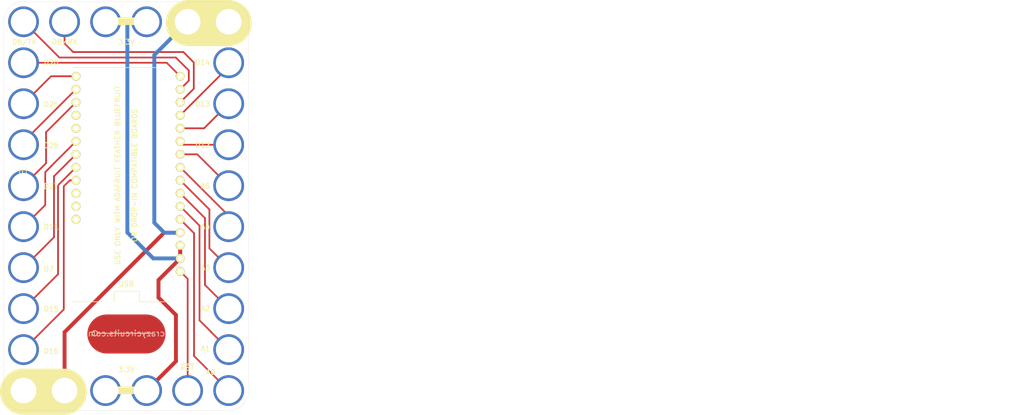
<source format=kicad_pcb>
(kicad_pcb (version 4) (host pcbnew 4.0.7-e2-6376~58~ubuntu16.04.1)

  (general
    (links 29)
    (no_connects 0)
    (area 0 0 0 0)
    (thickness 1.6)
    (drawings 3)
    (tracks 86)
    (zones 0)
    (modules 2)
    (nets 23)
  )

  (page USLetter)
  (title_block
    (title "6x10 Feather Huzzah ESP8266 Board")
    (date "05 Feb 2018")
    (rev 1.0)
    (company "CERN Open Hardware License v1.2.")
    (comment 1 help@browndoggadgets.com)
    (comment 2 http://browndoggadgets.com/)
    (comment 3 "Brown Dog Gadgets")
  )

  (layers
    (0 F.Cu signal)
    (31 B.Cu signal)
    (34 B.Paste user)
    (35 F.Paste user)
    (36 B.SilkS user)
    (37 F.SilkS user)
    (38 B.Mask user)
    (39 F.Mask user)
    (40 Dwgs.User user)
    (44 Edge.Cuts user)
    (46 B.CrtYd user)
    (47 F.CrtYd user)
    (48 B.Fab user)
    (49 F.Fab user)
  )

  (setup
    (last_trace_width 0.762)
    (user_trace_width 0.1524)
    (user_trace_width 0.254)
    (user_trace_width 0.3302)
    (user_trace_width 0.508)
    (user_trace_width 0.762)
    (user_trace_width 1.27)
    (trace_clearance 0.254)
    (zone_clearance 0.508)
    (zone_45_only no)
    (trace_min 0.1524)
    (segment_width 0.1524)
    (edge_width 0.1524)
    (via_size 0.6858)
    (via_drill 0.3302)
    (via_min_size 0.6858)
    (via_min_drill 0.3302)
    (user_via 0.6858 0.3302)
    (user_via 0.762 0.4064)
    (user_via 0.8636 0.508)
    (uvia_size 0.6858)
    (uvia_drill 0.3302)
    (uvias_allowed no)
    (uvia_min_size 0)
    (uvia_min_drill 0)
    (pcb_text_width 0.1524)
    (pcb_text_size 1.016 1.016)
    (mod_edge_width 0.1524)
    (mod_text_size 1.016 1.016)
    (mod_text_width 0.1524)
    (pad_size 6 6)
    (pad_drill 4.98)
    (pad_to_mask_clearance 0.0762)
    (solder_mask_min_width 0.1016)
    (pad_to_paste_clearance -0.0762)
    (aux_axis_origin 0 0)
    (visible_elements FFFEDF7D)
    (pcbplotparams
      (layerselection 0x310fc_80000001)
      (usegerberextensions true)
      (excludeedgelayer true)
      (linewidth 0.100000)
      (plotframeref false)
      (viasonmask false)
      (mode 1)
      (useauxorigin false)
      (hpglpennumber 1)
      (hpglpenspeed 20)
      (hpglpendiameter 15)
      (hpglpenoverlay 2)
      (psnegative false)
      (psa4output false)
      (plotreference true)
      (plotvalue true)
      (plotinvisibletext false)
      (padsonsilk false)
      (subtractmaskfromsilk false)
      (outputformat 1)
      (mirror false)
      (drillshape 0)
      (scaleselection 1)
      (outputdirectory gerbers))
  )

  (net 0 "")
  (net 1 VCC)
  (net 2 GND)
  (net 3 /~RST)
  (net 4 /A0)
  (net 5 /A1)
  (net 6 /A2)
  (net 7 /A3)
  (net 8 /A4)
  (net 9 /A5)
  (net 10 /D12_SCK)
  (net 11 /D13_MOSI)
  (net 12 /D14_MISO)
  (net 13 /D8_RX)
  (net 14 /D6_TX)
  (net 15 /D27)
  (net 16 /D7)
  (net 17 /D11)
  (net 18 /D16)
  (net 19 /D15)
  (net 20 /D26)
  (net 21 /D25)
  (net 22 /D20_DFU)

  (net_class Default "This is the default net class."
    (clearance 0.254)
    (trace_width 0.254)
    (via_dia 0.6858)
    (via_drill 0.3302)
    (uvia_dia 0.6858)
    (uvia_drill 0.3302)
    (add_net /A0)
    (add_net /A1)
    (add_net /A2)
    (add_net /A3)
    (add_net /A4)
    (add_net /A5)
    (add_net /D11)
    (add_net /D12_SCK)
    (add_net /D13_MOSI)
    (add_net /D14_MISO)
    (add_net /D15)
    (add_net /D16)
    (add_net /D20_DFU)
    (add_net /D25)
    (add_net /D26)
    (add_net /D27)
    (add_net /D6_TX)
    (add_net /D7)
    (add_net /D8_RX)
    (add_net /~RST)
    (add_net GND)
    (add_net VCC)
  )

  (module Crazy_Circuits:LOGO-CRAZY-1x2 (layer F.Cu) (tedit 58FE5DC6) (tstamp 5A7CACB8)
    (at 47.4218 91.5416)
    (descr LOGO)
    (tags LOGO)
    (fp_text reference LOGO (at 0 -3.52806) (layer F.Fab)
      (effects (font (size 1 1) (thickness 0.15)))
    )
    (fp_text value "BROWN DOG" (at -0.381 -10.414) (layer B.SilkS) hide
      (effects (font (size 1.27 1.27) (thickness 0.254)) (justify mirror))
    )
    (fp_text user crazycircuits.com (at 0 -4.064) (layer B.SilkS)
      (effects (font (size 1.143 1.143) (thickness 0.1778)) (justify mirror))
    )
    (fp_line (start 6.096 -5.2705) (end 4.953 -4.318) (layer F.Mask) (width 0.1524))
    (fp_line (start 4.7625 -4.318) (end 6.096 -5.2705) (layer F.Mask) (width 0.1524))
    (fp_line (start 5.715 -5.1435) (end 4.7625 -4.318) (layer F.Mask) (width 0.1524))
    (fp_line (start 4.6355 -4.3815) (end 5.715 -5.1435) (layer F.Mask) (width 0.1524))
    (fp_line (start 5.5245 -5.08) (end 4.6355 -4.3815) (layer F.Mask) (width 0.1524))
    (fp_line (start 4.3815 -4.318) (end 5.5245 -5.08) (layer F.Mask) (width 0.1524))
    (fp_line (start 5.207 -4.953) (end 4.3815 -4.318) (layer F.Mask) (width 0.1524))
    (fp_line (start 4.2545 -4.3815) (end 5.207 -4.953) (layer F.Mask) (width 0.1524))
    (fp_line (start 5.0165 -4.953) (end 4.2545 -4.3815) (layer F.Mask) (width 0.1524))
    (fp_line (start 4.2545 -4.5085) (end 5.0165 -4.953) (layer F.Mask) (width 0.1524))
    (fp_line (start 4.7625 -4.953) (end 4.2545 -4.5085) (layer F.Mask) (width 0.1524))
    (fp_line (start 4.191 -4.6355) (end 4.7625 -4.953) (layer F.Mask) (width 0.1524))
    (fp_line (start 4.7625 -5.1435) (end 4.191 -4.6355) (layer F.Mask) (width 0.1524))
    (fp_line (start 4.7625 -5.2705) (end 4.1275 -4.7625) (layer F.Mask) (width 0.1524))
    (fp_line (start 4.8895 -5.461) (end 4.064 -4.8895) (layer F.Mask) (width 0.1524))
    (fp_line (start 4.8895 -5.588) (end 4.064 -5.0165) (layer F.Mask) (width 0.1524))
    (fp_line (start 3.048 -4.3815) (end 2.413 -5.2705) (layer F.Mask) (width 0.254))
    (fp_line (start 4.953 -4.2545) (end 2.9845 -4.2545) (layer F.Mask) (width 0.1524))
    (fp_line (start 6.5405 -5.3975) (end 4.953 -4.2545) (layer F.Mask) (width 0.1524))
    (fp_line (start 4.7625 -4.953) (end 6.5405 -5.3975) (layer F.Mask) (width 0.1524))
    (fp_line (start 5.08 -5.842) (end 4.7625 -4.953) (layer F.Mask) (width 0.1524))
    (fp_line (start 4.0005 -5.1435) (end 5.08 -5.842) (layer F.Mask) (width 0.1524))
    (fp_line (start 3.175 -6.604) (end 4.0005 -5.08) (layer F.Mask) (width 0.1524))
    (fp_line (start 3.2385 -5.207) (end 3.175 -6.604) (layer F.Mask) (width 0.1524))
    (fp_line (start 2.159 -5.461) (end 3.2385 -5.207) (layer F.Mask) (width 0.1524))
    (fp_line (start 2.9845 -4.2545) (end 2.159 -5.461) (layer F.Mask) (width 0.1524))
    (fp_line (start -5.588 -4.064) (end 5.08 -4.064) (layer F.SilkS) (width 0.1524))
    (fp_circle (center -6.1595 -4.064) (end -5.82208 -3.683) (layer F.SilkS) (width 0.1524))
    (fp_text user CRAZY (at -2.032 -5.588) (layer F.SilkS) hide
      (effects (font (thickness 0.381)))
    )
    (fp_line (start 3.9 -7.8) (end -3.9 -7.8) (layer F.Fab) (width 0.04064))
    (fp_line (start 3.9 0) (end -3.9 0) (layer F.Fab) (width 0.04064))
    (fp_arc (start 3.9 -3.9) (end 3.9 -7.8) (angle 90) (layer F.Fab) (width 0.04064))
    (fp_arc (start 3.9 -3.9) (end 7.8 -3.9) (angle 90) (layer F.Fab) (width 0.04064))
    (fp_arc (start -3.9 -3.9) (end -3.9 0) (angle 90) (layer F.Fab) (width 0.04064))
    (fp_arc (start -3.9 -3.9) (end -7.8 -3.9) (angle 90) (layer F.Fab) (width 0.04064))
    (fp_text user CIRCUITS (at 0.254 -2.286) (layer F.SilkS) hide
      (effects (font (thickness 0.381)))
    )
    (fp_line (start 3.2385 -4.3815) (end 2.6035 -5.2705) (layer F.Mask) (width 0.254))
    (fp_line (start 3.429 -4.3815) (end 2.8575 -5.207) (layer F.Mask) (width 0.254))
    (fp_line (start 3.556 -4.3815) (end 3.1115 -5.1435) (layer F.Mask) (width 0.254))
    (fp_line (start 3.81 -4.3815) (end 3.3655 -5.207) (layer F.Mask) (width 0.254))
    (fp_line (start 4.0005 -4.3815) (end 3.429 -5.461) (layer F.Mask) (width 0.254))
    (fp_line (start 4.191 -4.3815) (end 3.302 -6.096) (layer F.Mask) (width 0.254))
    (fp_line (start 3.3655 -5.3975) (end 3.302 -6.223) (layer F.Mask) (width 0.254))
    (pad BG smd oval (at 0 -3.937) (size 15.24 7.62) (layers F.Cu))
  )

  (module Crazy_Circuits:ADAFRUIT-FEATHER-BLUEFRUIT-LE-6x10 (layer F.Cu) (tedit 5A7C83BF) (tstamp 5A7CB642)
    (at 27.3598 58.6536)
    (descr "8-lead dip package, row spacing 7.62 mm (300 mils)")
    (tags "dil dip 2.54 300")
    (path /5A7C752E)
    (fp_text reference U1 (at 12 44) (layer F.SilkS) hide
      (effects (font (size 1 1) (thickness 0.15)))
    )
    (fp_text value ADAFRUIT-FEATHER-BLUEFRUIT-LE (at 12 44) (layer F.Fab) hide
      (effects (font (size 1 1) (thickness 0.15)))
    )
    (fp_line (start 15.69 39.94) (end 24.41 39.93) (layer F.SilkS) (width 1.5))
    (fp_line (start 32.25 -31.75) (end 40.004 -31.75) (layer F.SilkS) (width 9))
    (fp_line (start 17.021 22.6645) (end 18.291 22.6645) (layer F.Fab) (width 0.1524))
    (fp_line (start 8.371 22.6645) (end 8.371 20.1245) (layer F.Fab) (width 0.1524))
    (fp_line (start 17.21 22.6645) (end 8.371 22.6645) (layer F.Fab) (width 0.1524))
    (fp_line (start 18.291 20.1245) (end 18.291 22.6645) (layer F.Fab) (width 0.1524))
    (fp_line (start 22.101 20.1245) (end 18.291 20.1245) (layer F.Fab) (width 0.1524))
    (fp_line (start 22.101 22.6645) (end 22.101 20.1245) (layer F.Fab) (width 0.1524))
    (fp_line (start 32.51 22.6645) (end 22.101 22.6645) (layer F.Fab) (width 0.1524))
    (fp_line (start 32.501 21.3945) (end 32.501 22.6645) (layer F.Fab) (width 0.1524))
    (fp_line (start 32.501 20.1245) (end 32.501 21.3945) (layer F.Fab) (width 0.1524))
    (fp_line (start 31.231 -23.0555) (end 32.501 -23.0555) (layer F.Fab) (width 0.1524))
    (fp_line (start 31.25 -23.0555) (end 8.371 -23.0555) (layer F.Fab) (width 0.1524))
    (fp_line (start 32.501 20.1245) (end 32.501 -23.0555) (layer F.Fab) (width 0.1524))
    (fp_line (start 8.371 -23.0555) (end 8.371 20.1245) (layer F.Fab) (width 0.1524))
    (fp_text user USB (at 20.02 19.16) (layer F.SilkS)
      (effects (font (size 1 1) (thickness 0.15)))
    )
    (fp_line (start 9.608 -23.0555) (end 26.024 -23.0555) (layer F.SilkS) (width 0.127))
    (fp_text user "OR DROP-IN COMPATIBLE BOARDS" (at 21.649 -2.012 90) (layer F.SilkS)
      (effects (font (size 1 1) (thickness 0.15)))
    )
    (fp_text user "USE ONLY WITH ADAFRUIT FEATHER BLUEFRUIT" (at 18.347 -2.012 90) (layer F.SilkS)
      (effects (font (size 1 1) (thickness 0.15)))
    )
    (fp_line (start 22.609 20.6325) (end 17.656 20.6325) (layer F.SilkS) (width 0.127))
    (fp_line (start 22.609 22.6645) (end 22.608 20.657) (layer F.SilkS) (width 0.127))
    (fp_text user "Adafruit Feather Bluefruit LE" (at 21.047 -2.6122 90) (layer F.Fab)
      (effects (font (size 1 1) (thickness 0.15)))
    )
    (fp_text user D7 (at 4.909809 16.317) (layer F.SilkS)
      (effects (font (size 1 1) (thickness 0.15)))
    )
    (fp_text user D11 (at 5.386 8.067) (layer F.SilkS)
      (effects (font (size 1 1) (thickness 0.15)))
    )
    (fp_text user D16 (at 5.386 32.317) (layer F.SilkS)
      (effects (font (size 1 1) (thickness 0.15)))
    )
    (fp_text user D15 (at 5.386 24.067) (layer F.SilkS)
      (effects (font (size 1 1) (thickness 0.15)))
    )
    (fp_line (start 0 43.9) (end 40 43.9) (layer Edge.Cuts) (width 0.04064))
    (fp_line (start 40 -35.9) (end 0 -35.9) (layer Edge.Cuts) (width 0.04064))
    (fp_line (start -3.9 -32.1) (end -3.9 40) (layer Edge.Cuts) (width 0.04064))
    (fp_arc (start 0 40) (end 0 43.9) (angle 89.9) (layer Edge.Cuts) (width 0.04064))
    (fp_arc (start 0 -32) (end -3.9 -32) (angle 90) (layer Edge.Cuts) (width 0.04064))
    (fp_line (start 43.9 40) (end 43.9 -32) (layer Edge.Cuts) (width 0.04064))
    (fp_arc (start 40 -32) (end 40 -35.9) (angle 89.9) (layer Edge.Cuts) (width 0.04064))
    (fp_arc (start 40 40) (end 43.9 40) (angle 90) (layer Edge.Cuts) (width 0.04064))
    (fp_line (start 0 43.9) (end 40 43.9) (layer F.Fab) (width 0.04064))
    (fp_line (start 40 -35.9) (end 0 -35.9) (layer F.Fab) (width 0.04064))
    (fp_line (start -3.9 -32) (end -3.9 40.1) (layer F.Fab) (width 0.04064))
    (fp_arc (start 0 40) (end 0 43.9) (angle 89.9) (layer F.Fab) (width 0.04064))
    (fp_arc (start 0 -32) (end -3.9 -32) (angle 90) (layer F.Fab) (width 0.04064))
    (fp_line (start 43.9 40) (end 43.9 -32) (layer F.Fab) (width 0.04064))
    (fp_arc (start 40 -32) (end 40 -35.9) (angle 89.9) (layer F.Fab) (width 0.04064))
    (fp_arc (start 40 40) (end 43.9 40) (angle 90) (layer F.Fab) (width 0.04064))
    (fp_line (start 22.609 22.6645) (end 28.451 22.6645) (layer F.SilkS) (width 0.127))
    (fp_line (start 17.656 22.657) (end 17.656 20.657) (layer F.SilkS) (width 0.127))
    (fp_line (start 9.641 22.6645) (end 15.356 22.6645) (layer F.SilkS) (width 0.127))
    (fp_text user D27 (at 5.386 0.127) (layer F.SilkS)
      (effects (font (size 1 1) (thickness 0.15)))
    )
    (fp_text user D26 (at 5.386 -7.873) (layer F.SilkS)
      (effects (font (size 1 1) (thickness 0.15)))
    )
    (fp_text user D25 (at 5.386 -15.873) (layer F.SilkS)
      (effects (font (size 1 1) (thickness 0.15)))
    )
    (fp_text user 3.3V (at 20.05 35.9) (layer F.SilkS)
      (effects (font (size 1 1) (thickness 0.15)))
    )
    (fp_text user A4 (at 35.481104 7.986) (layer F.SilkS)
      (effects (font (size 1 1) (thickness 0.15)))
    )
    (fp_text user A5 (at 35.481104 0.046) (layer F.SilkS)
      (effects (font (size 1 1) (thickness 0.15)))
    )
    (fp_text user D12 (at 34.933485 -7.954) (layer F.SilkS)
      (effects (font (size 1 1) (thickness 0.15)))
    )
    (fp_text user D13 (at 34.933485 -15.954) (layer F.SilkS)
      (effects (font (size 1 1) (thickness 0.15)))
    )
    (fp_text user A3 (at 35.481104 16) (layer F.SilkS)
      (effects (font (size 1 1) (thickness 0.15)))
    )
    (fp_text user A2 (at 35.481104 24) (layer F.SilkS)
      (effects (font (size 1 1) (thickness 0.15)))
    )
    (fp_text user A1 (at 35.481104 31.8) (layer F.SilkS)
      (effects (font (size 1 1) (thickness 0.15)))
    )
    (fp_text user A0 (at 36.5 36.4) (layer F.SilkS)
      (effects (font (size 1 1) (thickness 0.15)))
    )
    (fp_text user %R (at 0 -2.75) (layer F.SilkS)
      (effects (font (size 1 1) (thickness 0.15)))
    )
    (fp_text user D14 (at 34.933485 -24.084) (layer F.SilkS)
      (effects (font (size 1 1) (thickness 0.15)))
    )
    (fp_text user D6/TX (at 0.127 -28.072) (layer F.SilkS)
      (effects (font (size 1 1) (thickness 0.15)))
    )
    (fp_text user D8/RX (at 8.001 -28.072) (layer F.SilkS)
      (effects (font (size 1 1) (thickness 0.15)))
    )
    (fp_text user 3.3V (at 20.063 -28.072 180) (layer F.SilkS)
      (effects (font (size 1 1) (thickness 0.15)))
    )
    (fp_text user D20 (at 5.386 -24.003) (layer F.SilkS)
      (effects (font (size 1 1) (thickness 0.15)))
    )
    (fp_line (start 7.85 40.23) (end -0.09 40.2235) (layer F.SilkS) (width 9))
    (fp_line (start 15.47 -32.1) (end 24.19 -32.11) (layer F.SilkS) (width 1.5))
    (fp_text user ~RST (at 31.91 35.57) (layer F.SilkS)
      (effects (font (size 1 1) (thickness 0.15)))
    )
    (pad 35 thru_hole circle (at 30.548 16.737 180) (size 1.7272 1.7272) (drill 1.016) (layers *.Cu *.Mask F.SilkS)
      (net 3 /~RST))
    (pad 3V thru_hole circle (at 30.548 14.197 180) (size 1.7272 1.7272) (drill 1.016) (layers *.Cu *.Mask F.SilkS)
      (net 1 VCC))
    (pad 3V thru_hole circle (at 30.548 11.657 180) (size 1.7272 1.7272) (drill 1.016) (layers *.Cu *.Mask F.SilkS)
      (net 1 VCC))
    (pad 15 thru_hole circle (at 30.548 6.577 180) (size 1.7272 1.7272) (drill 1.016) (layers *.Cu *.Mask F.SilkS)
      (net 4 /A0))
    (pad 16 thru_hole circle (at 30.548 4.037 180) (size 1.7272 1.7272) (drill 1.016) (layers *.Cu *.Mask F.SilkS)
      (net 5 /A1))
    (pad 17 thru_hole circle (at 30.548 1.497 180) (size 1.7272 1.7272) (drill 1.016) (layers *.Cu *.Mask F.SilkS)
      (net 6 /A2))
    (pad 18 thru_hole circle (at 30.548 -1.043 180) (size 1.7272 1.7272) (drill 1.016) (layers *.Cu *.Mask F.SilkS)
      (net 7 /A3))
    (pad 5 thru_hole circle (at 30.548 -3.583 180) (size 1.7272 1.7272) (drill 1.016) (layers *.Cu *.Mask F.SilkS)
      (net 8 /A4))
    (pad 6 thru_hole circle (at 30.548 -6.123 180) (size 1.7272 1.7272) (drill 1.016) (layers *.Cu *.Mask F.SilkS)
      (net 9 /A5))
    (pad 26 thru_hole circle (at 30.548 -8.663 180) (size 1.7272 1.7272) (drill 1.016) (layers *.Cu *.Mask F.SilkS)
      (net 10 /D12_SCK))
    (pad 27 thru_hole circle (at 30.548 -11.203 180) (size 1.7272 1.7272) (drill 1.016) (layers *.Cu *.Mask F.SilkS)
      (net 11 /D13_MOSI))
    (pad 28 thru_hole circle (at 30.548 -13.743 180) (size 1.7272 1.7272) (drill 1.016) (layers *.Cu *.Mask F.SilkS)
      (net 12 /D14_MISO))
    (pad 21 thru_hole circle (at 30.548 -16.283 180) (size 1.7272 1.7272) (drill 1.016) (layers *.Cu *.Mask F.SilkS)
      (net 13 /D8_RX))
    (pad 19 thru_hole circle (at 30.548 -18.823 180) (size 1.7272 1.7272) (drill 1.016) (layers *.Cu *.Mask F.SilkS)
      (net 14 /D6_TX))
    (pad 3 thru_hole circle (at 10.228 -18.823 180) (size 1.7272 1.7272) (drill 1.016) (layers *.Cu *.Mask F.SilkS)
      (net 15 /D27))
    (pad 31 thru_hole circle (at 10.228 -11.203 180) (size 1.7272 1.7272) (drill 1.016) (layers *.Cu *.Mask F.SilkS))
    (pad 20 thru_hole circle (at 10.228 -6.123 180) (size 1.7272 1.7272) (drill 1.016) (layers *.Cu *.Mask F.SilkS)
      (net 16 /D7))
    (pad 25 thru_hole circle (at 10.228 -8.663 180) (size 1.7272 1.7272) (drill 1.016) (layers *.Cu *.Mask F.SilkS)
      (net 17 /D11))
    (pad EN thru_hole circle (at 10.228 4.037 180) (size 1.7272 1.7272) (drill 1.016) (layers *.Cu *.Mask F.SilkS))
    (pad USB thru_hole circle (at 10.228 1.497 180) (size 1.7272 1.7272) (drill 1.016) (layers *.Cu *.Mask F.SilkS))
    (pad 30 thru_hole circle (at 10.228 -1.043 180) (size 1.7272 1.7272) (drill 1.016) (layers *.Cu *.Mask F.SilkS)
      (net 18 /D16))
    (pad 29 thru_hole circle (at 10.228 -3.583 180) (size 1.7272 1.7272) (drill 1.016) (layers *.Cu *.Mask F.SilkS)
      (net 19 /D15))
    (pad VBAT thru_hole circle (at 10.228 6.577 180) (size 1.7272 1.7272) (drill 1.016) (layers *.Cu *.Mask F.SilkS))
    (pad 4 thru_hole circle (at 10.228 -16.283 180) (size 1.7272 1.7272) (drill 1.016) (layers *.Cu *.Mask F.SilkS)
      (net 20 /D26))
    (pad 7 thru_hole circle (at 10.228 -13.743 180) (size 1.7272 1.7272) (drill 1.016) (layers *.Cu *.Mask F.SilkS))
    (pad 25 thru_hole circle (at 0 8 90) (size 6 6) (drill 4.98) (layers *.Cu *.Mask)
      (net 17 /D11))
    (pad 20 thru_hole circle (at 0.001 16 90) (size 6 6) (drill 4.98) (layers *.Cu *.Mask)
      (net 16 /D7))
    (pad 30 thru_hole circle (at 0.001 32 90) (size 6 6) (drill 4.98) (layers *.Cu *.Mask)
      (net 18 /D16))
    (pad 4 thru_hole circle (at 0.001 0 90) (size 6 6) (drill 4.98) (layers *.Cu *.Mask)
      (net 20 /D26))
    (pad 29 thru_hole circle (at 0.001 24 90) (size 6 6) (drill 4.98) (layers *.Cu *.Mask)
      (net 19 /D15))
    (pad 3 thru_hole circle (at 0 -8 90) (size 6 6) (drill 4.98) (layers *.Cu *.Mask)
      (net 15 /D27))
    (pad 2 thru_hole circle (at 0 -16 90) (size 6 6) (drill 4.98) (layers *.Cu *.Mask)
      (net 21 /D25))
    (pad GND thru_hole circle (at 0.001 40 90) (size 6 6) (drill 4.98) (layers *.Cu *.Mask)
      (net 2 GND))
    (pad GND thru_hole circle (at 8 40 90) (size 6 6) (drill 4.98) (layers *.Cu *.Mask)
      (net 2 GND))
    (pad 3V thru_hole circle (at 16 40 90) (size 6 6) (drill 4.98) (layers *.Cu *.Mask)
      (net 1 VCC))
    (pad 35 thru_hole circle (at 32 40 90) (size 6 6) (drill 4.98) (layers *.Cu *.Mask)
      (net 3 /~RST))
    (pad 3V thru_hole circle (at 16 -32 90) (size 6 6) (drill 4.98) (layers *.Cu *.Mask)
      (net 1 VCC))
    (pad 3V thru_hole circle (at 24 -32 90) (size 6 6) (drill 4.98) (layers *.Cu *.Mask)
      (net 1 VCC))
    (pad 19 thru_hole circle (at 0.001 -32 90) (size 6 6) (drill 4.98) (layers *.Cu *.Mask)
      (net 14 /D6_TX))
    (pad 21 thru_hole circle (at 8 -32 90) (size 6 6) (drill 4.98) (layers *.Cu *.Mask)
      (net 13 /D8_RX))
    (pad GND thru_hole circle (at 40 -32 90) (size 6 6) (drill 4.98) (layers *.Cu *.Mask)
      (net 2 GND))
    (pad 27 thru_hole circle (at 40 -16 90) (size 6 6) (drill 4.98) (layers *.Cu *.Mask)
      (net 11 /D13_MOSI))
    (pad 26 thru_hole circle (at 40 -8 90) (size 6 6) (drill 4.98) (layers *.Cu *.Mask)
      (net 10 /D12_SCK))
    (pad 6 thru_hole circle (at 40 0 90) (size 6 6) (drill 4.98) (layers *.Cu *.Mask)
      (net 9 /A5))
    (pad 5 thru_hole circle (at 40 8 90) (size 6 6) (drill 4.98) (layers *.Cu *.Mask)
      (net 8 /A4))
    (pad 18 thru_hole circle (at 40 16 90) (size 6 6) (drill 4.98) (layers *.Cu *.Mask)
      (net 7 /A3))
    (pad 17 thru_hole circle (at 40 24 90) (size 6 6) (drill 4.98) (layers *.Cu *.Mask)
      (net 6 /A2))
    (pad 16 thru_hole circle (at 40 32 90) (size 6 6) (drill 4.98) (layers *.Cu *.Mask)
      (net 5 /A1))
    (pad 15 thru_hole circle (at 40 40 90) (size 6 6) (drill 4.98) (layers *.Cu *.Mask)
      (net 4 /A0))
    (pad 2 thru_hole circle (at 10.228 -21.363 180) (size 1.7272 1.7272) (drill 1.016) (layers *.Cu *.Mask F.SilkS)
      (net 21 /D25))
    (pad 34 thru_hole circle (at 30.548 -21.363 180) (size 1.7272 1.7272) (drill 1.016) (layers *.Cu *.Mask F.SilkS)
      (net 22 /D20_DFU))
    (pad 34 thru_hole circle (at 0 -24 90) (size 6 6) (drill 4.98) (layers *.Cu *.Mask)
      (net 22 /D20_DFU))
    (pad 28 thru_hole circle (at 40 -24 90) (size 6 6) (drill 4.98) (layers *.Cu *.Mask)
      (net 12 /D14_MISO))
    (pad GND thru_hole circle (at 30.548 9.1785 180) (size 1.7272 1.7272) (drill 1.016) (layers *.Cu *.Mask F.SilkS)
      (net 2 GND))
    (pad 3V thru_hole circle (at 24 40 90) (size 6 6) (drill 4.98) (layers *.Cu *.Mask)
      (net 1 VCC))
    (pad GND thru_hole circle (at 32 -32 90) (size 6 6) (drill 4.98) (layers *.Cu *.Mask)
      (net 2 GND))
  )

  (gr_text "CIRCUITS\n" (at 47.6504 88.9508) (layer F.Mask) (tstamp 5A7C8292)
    (effects (font (size 1.5 1.5) (thickness 0.3)))
  )
  (gr_text CRAZY (at 45.5168 86.2584) (layer F.Mask)
    (effects (font (size 1.5 1.5) (thickness 0.3)))
  )
  (gr_text "FABRICATION NOTES\n\n1. THIS IS A 2 LAYER BOARD. \n2. EXTERNAL LAYERS SHALL HAVE 1 OZ COPPER.\n3. MATERIAL: FR4 AND 0.062 INCH +/- 10% THICK.\n4. BOARDS SHALL BE ROHS COMPLIANT. \n5. MANUFACTURE IN ACCORDANCE WITH IPC-6012 CLASS 2\n6. MASK: BOTH SIDES OF THE BOARD SHALL HAVE \n   SOLDER MASK (GREEN) OVER BARE COPPER. \n7. SILK: BOTH SIDES OF THE BOARD SHALL HAVE \n   WHITE SILKSCREEN. DO NOT PLACE SILK OVER BARE COPPER.\n8. FINISH: ENIG.\n9. MINIMUM TRACE WIDTH - 0.006 INCH.\n   MINIMUM SPACE - 0.006 INCH.\n   MINIMUM HOLE DIA - 0.013 INCH. \n10. MAX HOLE PLACEMENT TOLERANCE OF +/- 0.003 INCH.\n11. MAX HOLE DIAMETER TOLERANCE OF +/- 0.003 INCH AFTER PLATING." (at 79.3496 64.2366) (layer Dwgs.User)
    (effects (font (size 2.54 2.54) (thickness 0.254)) (justify left))
  )

  (segment (start 47.60244 67.79544) (end 52.6576 72.8506) (width 0.762) (layer B.Cu) (net 1))
  (segment (start 52.6576 72.8506) (end 57.9078 72.8506) (width 0.762) (layer B.Cu) (net 1))
  (segment (start 47.60244 26.6536) (end 47.60244 67.79544) (width 0.762) (layer B.Cu) (net 1))
  (segment (start 57.0738 83.8962) (end 57.0738 92.9396) (width 0.762) (layer F.Cu) (net 1))
  (segment (start 57.0738 92.9396) (end 51.3598 98.6536) (width 0.762) (layer F.Cu) (net 1))
  (segment (start 53.6702 80.4926) (end 57.0738 83.8962) (width 0.762) (layer F.Cu) (net 1))
  (segment (start 57.9078 72.8506) (end 53.6702 77.0882) (width 0.762) (layer F.Cu) (net 1))
  (segment (start 53.6702 77.0882) (end 53.6702 80.4926) (width 0.762) (layer F.Cu) (net 1))
  (segment (start 57.9078 72.8506) (end 57.9078 70.3106) (width 0.762) (layer F.Cu) (net 1))
  (segment (start 51.3598 98.6536) (end 43.3598 98.6536) (width 0.762) (layer F.Cu) (net 1))
  (segment (start 43.3598 26.6536) (end 47.60244 26.6536) (width 0.762) (layer B.Cu) (net 1))
  (segment (start 47.60244 26.6536) (end 51.3598 26.6536) (width 0.762) (layer B.Cu) (net 1))
  (segment (start 59.3598 26.6536) (end 52.8574 33.156) (width 0.762) (layer B.Cu) (net 2))
  (segment (start 52.8574 33.156) (end 52.8574 65.8876) (width 0.762) (layer B.Cu) (net 2))
  (segment (start 52.8574 65.8876) (end 54.8019 67.8321) (width 0.762) (layer B.Cu) (net 2))
  (segment (start 54.8019 67.8321) (end 57.9078 67.8321) (width 0.762) (layer B.Cu) (net 2))
  (segment (start 35.3598 87.246) (end 54.7737 67.8321) (width 0.762) (layer F.Cu) (net 2))
  (segment (start 54.7737 67.8321) (end 57.9078 67.8321) (width 0.762) (layer F.Cu) (net 2))
  (segment (start 35.3598 98.6536) (end 35.3598 87.246) (width 0.762) (layer F.Cu) (net 2))
  (segment (start 35.3598 98.6536) (end 31.11716 98.6536) (width 0.762) (layer F.Cu) (net 2))
  (segment (start 31.11716 98.6536) (end 27.3608 98.6536) (width 0.762) (layer F.Cu) (net 2))
  (segment (start 59.3598 26.6536) (end 63.60244 26.6536) (width 0.762) (layer B.Cu) (net 2))
  (segment (start 63.60244 26.6536) (end 67.3598 26.6536) (width 0.762) (layer B.Cu) (net 2))
  (segment (start 59.3598 98.6536) (end 59.3598 76.8426) (width 0.3302) (layer F.Cu) (net 3))
  (segment (start 59.3598 76.8426) (end 57.9078 75.3906) (width 0.3302) (layer F.Cu) (net 3))
  (segment (start 60.6044 67.9272) (end 60.6044 91.8982) (width 0.3302) (layer F.Cu) (net 4))
  (segment (start 60.6044 91.8982) (end 67.3598 98.6536) (width 0.3302) (layer F.Cu) (net 4))
  (segment (start 57.9078 65.2306) (end 60.6044 67.9272) (width 0.3302) (layer F.Cu) (net 4))
  (segment (start 61.6712 84.9376) (end 61.6712 66.454) (width 0.3302) (layer F.Cu) (net 5))
  (segment (start 61.6712 66.454) (end 57.9078 62.6906) (width 0.3302) (layer F.Cu) (net 5))
  (segment (start 63.940699 87.207099) (end 61.6712 84.9376) (width 0.3302) (layer F.Cu) (net 5))
  (segment (start 67.3598 90.6536) (end 63.940699 87.234499) (width 0.3302) (layer F.Cu) (net 5))
  (segment (start 63.940699 87.234499) (end 63.940699 87.207099) (width 0.3302) (layer F.Cu) (net 5))
  (segment (start 62.738 64.9808) (end 62.738 78.0318) (width 0.3302) (layer F.Cu) (net 6))
  (segment (start 62.738 78.0318) (end 67.3598 82.6536) (width 0.3302) (layer F.Cu) (net 6))
  (segment (start 57.9078 60.1506) (end 62.738 64.9808) (width 0.3302) (layer F.Cu) (net 6))
  (segment (start 63.6016 70.8954) (end 63.6016 63.3044) (width 0.3302) (layer F.Cu) (net 7))
  (segment (start 63.6016 63.3044) (end 57.9078 57.6106) (width 0.3302) (layer F.Cu) (net 7))
  (segment (start 67.3598 74.6536) (end 63.6016 70.8954) (width 0.3302) (layer F.Cu) (net 7))
  (segment (start 57.9078 55.0706) (end 67.3598 64.5226) (width 0.3302) (layer F.Cu) (net 8))
  (segment (start 67.3598 64.5226) (end 67.3598 66.6536) (width 0.3302) (layer F.Cu) (net 8))
  (segment (start 67.3598 58.6536) (end 61.2368 52.5306) (width 0.3302) (layer F.Cu) (net 9))
  (segment (start 61.2368 52.5306) (end 57.9078 52.5306) (width 0.3302) (layer F.Cu) (net 9))
  (segment (start 67.3598 50.6536) (end 58.5708 50.6536) (width 0.3302) (layer F.Cu) (net 10))
  (segment (start 58.5708 50.6536) (end 57.9078 49.9906) (width 0.3302) (layer F.Cu) (net 10))
  (segment (start 57.9078 47.4506) (end 62.5628 47.4506) (width 0.3302) (layer F.Cu) (net 11))
  (segment (start 62.5628 47.4506) (end 67.3598 42.6536) (width 0.3302) (layer F.Cu) (net 11))
  (segment (start 57.9078 44.9106) (end 67.3598 35.4586) (width 0.3302) (layer F.Cu) (net 12))
  (segment (start 67.3598 35.4586) (end 67.3598 34.6536) (width 0.3302) (layer F.Cu) (net 12))
  (segment (start 60.5536 34.5948) (end 60.5536 39.7248) (width 0.3302) (layer F.Cu) (net 13))
  (segment (start 60.5536 39.7248) (end 57.9078 42.3706) (width 0.3302) (layer F.Cu) (net 13))
  (segment (start 58.5216 32.5628) (end 60.5536 34.5948) (width 0.3302) (layer F.Cu) (net 13))
  (segment (start 37.02636 32.5628) (end 58.5216 32.5628) (width 0.3302) (layer F.Cu) (net 13))
  (segment (start 35.3598 26.6536) (end 35.3598 30.89624) (width 0.3302) (layer F.Cu) (net 13))
  (segment (start 35.3598 30.89624) (end 37.02636 32.5628) (width 0.3302) (layer F.Cu) (net 13))
  (segment (start 59.5884 36.1696) (end 59.5884 38.15) (width 0.3302) (layer F.Cu) (net 14))
  (segment (start 59.5884 38.15) (end 57.9078 39.8306) (width 0.3302) (layer F.Cu) (net 14))
  (segment (start 57.0484 33.6296) (end 59.5884 36.1696) (width 0.3302) (layer F.Cu) (net 14))
  (segment (start 34.3368 33.6296) (end 57.0484 33.6296) (width 0.3302) (layer F.Cu) (net 14))
  (segment (start 27.3608 26.6536) (end 34.3368 33.6296) (width 0.3302) (layer F.Cu) (net 14))
  (segment (start 37.5878 39.8306) (end 27.3598 50.0586) (width 0.3302) (layer F.Cu) (net 15))
  (segment (start 27.3598 50.0586) (end 27.3598 50.6536) (width 0.3302) (layer F.Cu) (net 15))
  (segment (start 33.3002 56.7936) (end 33.3002 68.7142) (width 0.3302) (layer F.Cu) (net 16))
  (segment (start 33.3002 68.7142) (end 27.3608 74.6536) (width 0.3302) (layer F.Cu) (net 16))
  (segment (start 37.5878 52.5306) (end 33.3248 56.7936) (width 0.3302) (layer F.Cu) (net 16))
  (segment (start 33.3248 56.7936) (end 33.3002 56.7936) (width 0.3302) (layer F.Cu) (net 16))
  (segment (start 31.5976 56.007) (end 31.5976 62.4158) (width 0.3302) (layer F.Cu) (net 17))
  (segment (start 31.5976 62.4158) (end 27.3598 66.6536) (width 0.3302) (layer F.Cu) (net 17))
  (segment (start 32.766 54.8386) (end 31.5976 56.007) (width 0.3302) (layer F.Cu) (net 17))
  (segment (start 37.5878 49.9906) (end 32.766 54.8124) (width 0.3302) (layer F.Cu) (net 17))
  (segment (start 32.766 54.8124) (end 32.766 54.8386) (width 0.3302) (layer F.Cu) (net 17))
  (segment (start 35.2044 58.772686) (end 35.2044 82.81) (width 0.3302) (layer F.Cu) (net 18))
  (segment (start 35.2044 82.81) (end 27.3608 90.6536) (width 0.3302) (layer F.Cu) (net 18))
  (segment (start 37.5878 57.6106) (end 36.366486 57.6106) (width 0.3302) (layer F.Cu) (net 18))
  (segment (start 36.366486 57.6106) (end 35.2044 58.772686) (width 0.3302) (layer F.Cu) (net 18))
  (segment (start 37.5878 55.0706) (end 34.0868 58.5716) (width 0.3302) (layer F.Cu) (net 19))
  (segment (start 34.0868 58.5716) (end 34.0868 75.9276) (width 0.3302) (layer F.Cu) (net 19))
  (segment (start 34.0868 75.9276) (end 30.360799 79.653601) (width 0.3302) (layer F.Cu) (net 19))
  (segment (start 30.360799 79.653601) (end 27.3608 82.6536) (width 0.3302) (layer F.Cu) (net 19))
  (segment (start 31.75 48.2084) (end 31.75 54.2644) (width 0.3302) (layer F.Cu) (net 20))
  (segment (start 31.75 54.2644) (end 27.3608 58.6536) (width 0.3302) (layer F.Cu) (net 20))
  (segment (start 37.5878 42.3706) (end 31.75 48.2084) (width 0.3302) (layer F.Cu) (net 20))
  (segment (start 37.5878 37.2906) (end 32.7228 37.2906) (width 0.3302) (layer F.Cu) (net 21))
  (segment (start 32.7228 37.2906) (end 27.3598 42.6536) (width 0.3302) (layer F.Cu) (net 21))
  (segment (start 57.9078 37.2906) (end 55.2708 34.6536) (width 0.3302) (layer F.Cu) (net 22))
  (segment (start 55.2708 34.6536) (end 27.3598 34.6536) (width 0.3302) (layer F.Cu) (net 22))

)

</source>
